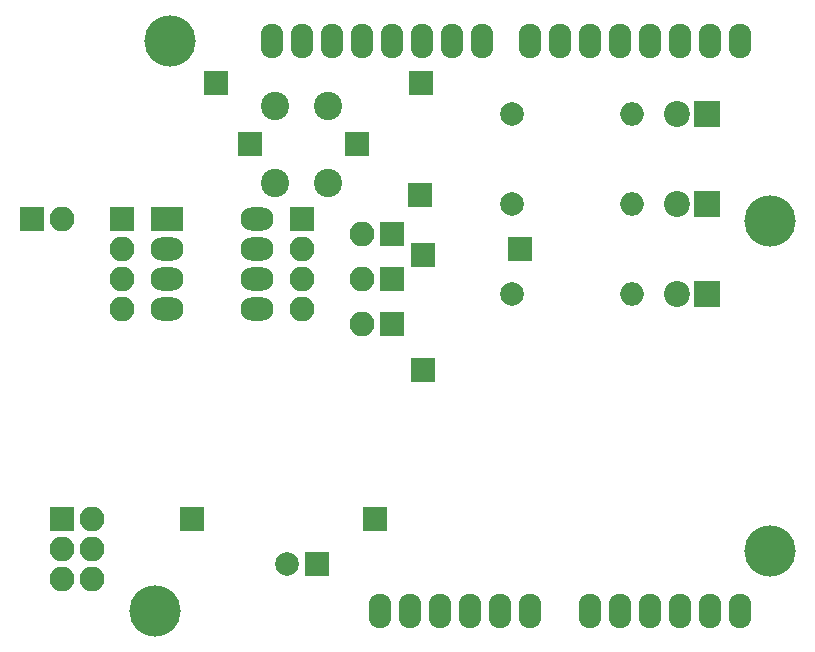
<source format=gbr>
G04 #@! TF.GenerationSoftware,KiCad,Pcbnew,(5.0.0)*
G04 #@! TF.CreationDate,2018-10-02T09:48:17+02:00*
G04 #@! TF.ProjectId,ATtiny85_Arduino_programmer,415474696E7938355F41726475696E6F,rev?*
G04 #@! TF.SameCoordinates,Original*
G04 #@! TF.FileFunction,Soldermask,Top*
G04 #@! TF.FilePolarity,Negative*
%FSLAX46Y46*%
G04 Gerber Fmt 4.6, Leading zero omitted, Abs format (unit mm)*
G04 Created by KiCad (PCBNEW (5.0.0)) date 10/02/18 09:48:17*
%MOMM*%
%LPD*%
G01*
G04 APERTURE LIST*
%ADD10O,1.924000X2.940000*%
%ADD11C,4.337000*%
%ADD12C,2.000000*%
%ADD13R,2.000000X2.000000*%
%ADD14C,2.200000*%
%ADD15R,2.200000X2.200000*%
%ADD16O,2.100000X2.100000*%
%ADD17R,2.100000X2.100000*%
%ADD18O,2.000000X2.000000*%
%ADD19C,2.400000*%
%ADD20O,2.800000X2.000000*%
%ADD21R,2.800000X2.000000*%
G04 APERTURE END LIST*
D10*
G04 #@! TO.C,SHIELD1*
X189480000Y-96710501D03*
X186940000Y-96710501D03*
X184400000Y-96710501D03*
X176780000Y-96710501D03*
X179320000Y-96710501D03*
X181860000Y-96710501D03*
X171700000Y-96710501D03*
X169160000Y-96710501D03*
X166620000Y-96710501D03*
X161540000Y-96710501D03*
X159000000Y-96710501D03*
X189480000Y-48450501D03*
X186940000Y-48450501D03*
X184400000Y-48450501D03*
X181860000Y-48450501D03*
X179320000Y-48450501D03*
X176780000Y-48450501D03*
X174240000Y-48450501D03*
X171700000Y-48450501D03*
X167636000Y-48450501D03*
X165096000Y-48450501D03*
X162556000Y-48450501D03*
X160016000Y-48450501D03*
X157476000Y-48450501D03*
X154936000Y-48450501D03*
X152396000Y-48450501D03*
X149856000Y-48450501D03*
X164080000Y-96710501D03*
D11*
X192020000Y-91630501D03*
X192020000Y-63690501D03*
X141220000Y-48450501D03*
X139950000Y-96710501D03*
G04 #@! TD*
D12*
G04 #@! TO.C,C1*
X151170000Y-92710000D03*
D13*
X153670000Y-92710000D03*
G04 #@! TD*
D14*
G04 #@! TO.C,D1*
X184150000Y-54610000D03*
D15*
X186690000Y-54610000D03*
G04 #@! TD*
G04 #@! TO.C,D2*
X186690000Y-62230000D03*
D14*
X184150000Y-62230000D03*
G04 #@! TD*
G04 #@! TO.C,D3*
X184150000Y-69850000D03*
D15*
X186690000Y-69850000D03*
G04 #@! TD*
D16*
G04 #@! TO.C,J1*
X134640000Y-93980000D03*
X132100000Y-93980000D03*
X134640000Y-91440000D03*
X132100000Y-91440000D03*
X134640000Y-88900000D03*
D17*
X132100000Y-88900000D03*
G04 #@! TD*
G04 #@! TO.C,J2*
X137160000Y-63500000D03*
D16*
X137160000Y-66040000D03*
X137160000Y-68580000D03*
X137160000Y-71120000D03*
G04 #@! TD*
G04 #@! TO.C,J3*
X152400000Y-71120000D03*
X152400000Y-68580000D03*
X152400000Y-66040000D03*
D17*
X152400000Y-63500000D03*
G04 #@! TD*
D16*
G04 #@! TO.C,JP1*
X132080000Y-63500000D03*
D17*
X129540000Y-63500000D03*
G04 #@! TD*
G04 #@! TO.C,JP2*
X160020000Y-72390000D03*
D16*
X157480000Y-72390000D03*
G04 #@! TD*
G04 #@! TO.C,JP3*
X157480000Y-68580000D03*
D17*
X160020000Y-68580000D03*
G04 #@! TD*
G04 #@! TO.C,JP4*
X160020000Y-64770000D03*
D16*
X157480000Y-64770000D03*
G04 #@! TD*
D18*
G04 #@! TO.C,R1*
X180340000Y-54610000D03*
D12*
X170180000Y-54610000D03*
G04 #@! TD*
G04 #@! TO.C,R2*
X170180000Y-62230000D03*
D18*
X180340000Y-62230000D03*
G04 #@! TD*
G04 #@! TO.C,R3*
X180340000Y-69850000D03*
D12*
X170180000Y-69850000D03*
G04 #@! TD*
D19*
G04 #@! TO.C,SW1*
X154600000Y-60500000D03*
X150100000Y-60500000D03*
X154600000Y-54000000D03*
X150100000Y-54000000D03*
G04 #@! TD*
D20*
G04 #@! TO.C,U1*
X148590000Y-63500000D03*
X140970000Y-71120000D03*
X148590000Y-66040000D03*
X140970000Y-68580000D03*
X148590000Y-68580000D03*
X140970000Y-66040000D03*
X148590000Y-71120000D03*
D21*
X140970000Y-63500000D03*
G04 #@! TD*
D17*
G04 #@! TO.C,REF\002A\002A*
X162500000Y-52000000D03*
G04 #@! TD*
G04 #@! TO.C,REF\002A\002A*
X145100000Y-52000000D03*
G04 #@! TD*
G04 #@! TO.C,REF\002A\002A*
X143100000Y-88900000D03*
G04 #@! TD*
G04 #@! TO.C,REF\002A\002A*
X158600000Y-88900000D03*
G04 #@! TD*
G04 #@! TO.C,REF\002A\002A*
X162700000Y-76300000D03*
G04 #@! TD*
G04 #@! TO.C,REF\002A\002A*
X162400000Y-61500000D03*
G04 #@! TD*
G04 #@! TO.C,REF\002A\002A*
X170900000Y-66100000D03*
G04 #@! TD*
G04 #@! TO.C,REF\002A\002A*
X162700000Y-66600000D03*
G04 #@! TD*
G04 #@! TO.C,REF\002A\002A*
X157100000Y-57200000D03*
G04 #@! TD*
G04 #@! TO.C,REF\002A\002A*
X148000000Y-57200000D03*
G04 #@! TD*
M02*

</source>
